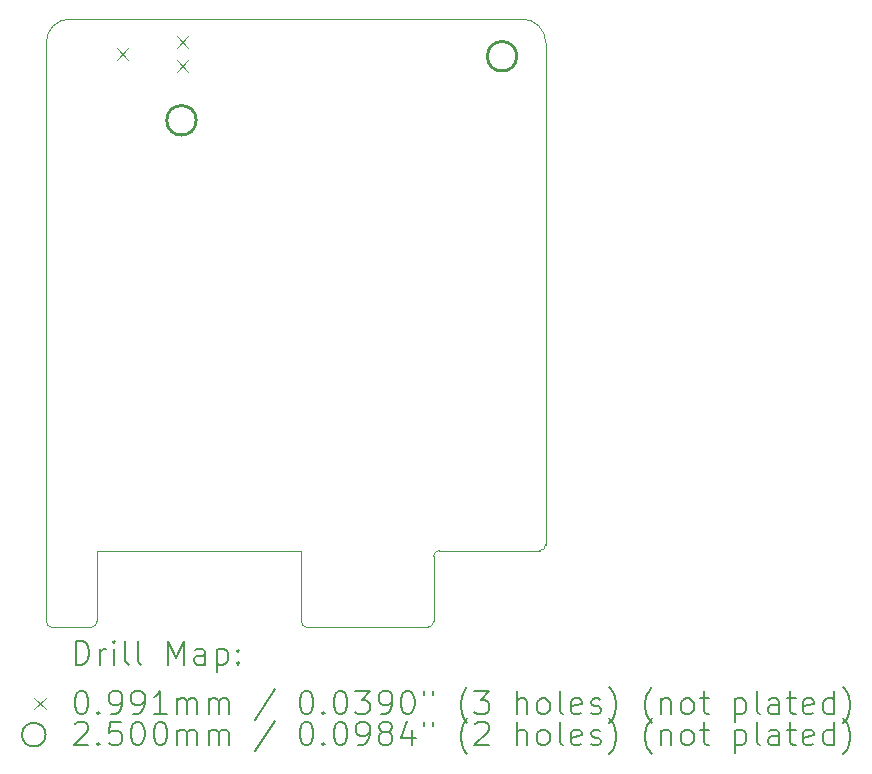
<source format=gbr>
%FSLAX45Y45*%
G04 Gerber Fmt 4.5, Leading zero omitted, Abs format (unit mm)*
G04 Created by KiCad (PCBNEW (6.0.1-0)) date 2022-03-21 19:15:51*
%MOMM*%
%LPD*%
G01*
G04 APERTURE LIST*
%TA.AperFunction,Profile*%
%ADD10C,0.100000*%
%TD*%
%ADD11C,0.200000*%
%ADD12C,0.099060*%
%ADD13C,0.250000*%
G04 APERTURE END LIST*
D10*
X8303200Y-15596800D02*
G75*
G03*
X8353200Y-15646800I50000J0D01*
G01*
X12533200Y-10696800D02*
G75*
G03*
X12333200Y-10496800I-200000J0D01*
G01*
X12333200Y-10496800D02*
X8503200Y-10496800D01*
X12483200Y-14996800D02*
G75*
G03*
X12533200Y-14946800I0J50000D01*
G01*
X8683200Y-15646800D02*
X8353200Y-15646800D01*
X11533200Y-15646800D02*
X10513200Y-15646800D01*
X10463200Y-15596800D02*
G75*
G03*
X10513200Y-15646800I50000J0D01*
G01*
X11533200Y-15646800D02*
G75*
G03*
X11583200Y-15596800I0J50000D01*
G01*
X11583200Y-15596800D02*
X11583200Y-15046800D01*
X10463200Y-14996800D02*
X8733200Y-14996800D01*
X11633200Y-14996800D02*
G75*
G03*
X11583200Y-15046800I0J-50000D01*
G01*
X8733200Y-14996800D02*
X8733200Y-15596800D01*
X10463200Y-15596800D02*
X10463200Y-14996800D01*
X8683200Y-15646800D02*
G75*
G03*
X8733200Y-15596800I0J50000D01*
G01*
X8303200Y-15596800D02*
X8303200Y-10696800D01*
X8503200Y-10496800D02*
G75*
G03*
X8303200Y-10696800I0J-200000D01*
G01*
X12533200Y-10696800D02*
X12533200Y-14946800D01*
X12483200Y-14996800D02*
X11633200Y-14996800D01*
D11*
D12*
X8900070Y-10740610D02*
X8999130Y-10839670D01*
X8999130Y-10740610D02*
X8900070Y-10839670D01*
X9408070Y-10639010D02*
X9507130Y-10738070D01*
X9507130Y-10639010D02*
X9408070Y-10738070D01*
X9408070Y-10842210D02*
X9507130Y-10941270D01*
X9507130Y-10842210D02*
X9408070Y-10941270D01*
D13*
X9573800Y-11353800D02*
G75*
G03*
X9573800Y-11353800I-125000J0D01*
G01*
X12288000Y-10812000D02*
G75*
G03*
X12288000Y-10812000I-125000J0D01*
G01*
D11*
X8555819Y-15962276D02*
X8555819Y-15762276D01*
X8603438Y-15762276D01*
X8632010Y-15771800D01*
X8651057Y-15790848D01*
X8660581Y-15809895D01*
X8670105Y-15847990D01*
X8670105Y-15876562D01*
X8660581Y-15914657D01*
X8651057Y-15933705D01*
X8632010Y-15952752D01*
X8603438Y-15962276D01*
X8555819Y-15962276D01*
X8755819Y-15962276D02*
X8755819Y-15828943D01*
X8755819Y-15867038D02*
X8765343Y-15847990D01*
X8774867Y-15838467D01*
X8793914Y-15828943D01*
X8812962Y-15828943D01*
X8879629Y-15962276D02*
X8879629Y-15828943D01*
X8879629Y-15762276D02*
X8870105Y-15771800D01*
X8879629Y-15781324D01*
X8889152Y-15771800D01*
X8879629Y-15762276D01*
X8879629Y-15781324D01*
X9003438Y-15962276D02*
X8984390Y-15952752D01*
X8974867Y-15933705D01*
X8974867Y-15762276D01*
X9108200Y-15962276D02*
X9089152Y-15952752D01*
X9079629Y-15933705D01*
X9079629Y-15762276D01*
X9336771Y-15962276D02*
X9336771Y-15762276D01*
X9403438Y-15905133D01*
X9470105Y-15762276D01*
X9470105Y-15962276D01*
X9651057Y-15962276D02*
X9651057Y-15857514D01*
X9641533Y-15838467D01*
X9622486Y-15828943D01*
X9584390Y-15828943D01*
X9565343Y-15838467D01*
X9651057Y-15952752D02*
X9632010Y-15962276D01*
X9584390Y-15962276D01*
X9565343Y-15952752D01*
X9555819Y-15933705D01*
X9555819Y-15914657D01*
X9565343Y-15895609D01*
X9584390Y-15886086D01*
X9632010Y-15886086D01*
X9651057Y-15876562D01*
X9746295Y-15828943D02*
X9746295Y-16028943D01*
X9746295Y-15838467D02*
X9765343Y-15828943D01*
X9803438Y-15828943D01*
X9822486Y-15838467D01*
X9832010Y-15847990D01*
X9841533Y-15867038D01*
X9841533Y-15924181D01*
X9832010Y-15943228D01*
X9822486Y-15952752D01*
X9803438Y-15962276D01*
X9765343Y-15962276D01*
X9746295Y-15952752D01*
X9927248Y-15943228D02*
X9936771Y-15952752D01*
X9927248Y-15962276D01*
X9917724Y-15952752D01*
X9927248Y-15943228D01*
X9927248Y-15962276D01*
X9927248Y-15838467D02*
X9936771Y-15847990D01*
X9927248Y-15857514D01*
X9917724Y-15847990D01*
X9927248Y-15838467D01*
X9927248Y-15857514D01*
D12*
X8199140Y-16242270D02*
X8298200Y-16341330D01*
X8298200Y-16242270D02*
X8199140Y-16341330D01*
D11*
X8593914Y-16182276D02*
X8612962Y-16182276D01*
X8632010Y-16191800D01*
X8641533Y-16201324D01*
X8651057Y-16220371D01*
X8660581Y-16258467D01*
X8660581Y-16306086D01*
X8651057Y-16344181D01*
X8641533Y-16363228D01*
X8632010Y-16372752D01*
X8612962Y-16382276D01*
X8593914Y-16382276D01*
X8574867Y-16372752D01*
X8565343Y-16363228D01*
X8555819Y-16344181D01*
X8546295Y-16306086D01*
X8546295Y-16258467D01*
X8555819Y-16220371D01*
X8565343Y-16201324D01*
X8574867Y-16191800D01*
X8593914Y-16182276D01*
X8746295Y-16363228D02*
X8755819Y-16372752D01*
X8746295Y-16382276D01*
X8736771Y-16372752D01*
X8746295Y-16363228D01*
X8746295Y-16382276D01*
X8851057Y-16382276D02*
X8889152Y-16382276D01*
X8908200Y-16372752D01*
X8917724Y-16363228D01*
X8936771Y-16334657D01*
X8946295Y-16296562D01*
X8946295Y-16220371D01*
X8936771Y-16201324D01*
X8927248Y-16191800D01*
X8908200Y-16182276D01*
X8870105Y-16182276D01*
X8851057Y-16191800D01*
X8841533Y-16201324D01*
X8832010Y-16220371D01*
X8832010Y-16267990D01*
X8841533Y-16287038D01*
X8851057Y-16296562D01*
X8870105Y-16306086D01*
X8908200Y-16306086D01*
X8927248Y-16296562D01*
X8936771Y-16287038D01*
X8946295Y-16267990D01*
X9041533Y-16382276D02*
X9079629Y-16382276D01*
X9098676Y-16372752D01*
X9108200Y-16363228D01*
X9127248Y-16334657D01*
X9136771Y-16296562D01*
X9136771Y-16220371D01*
X9127248Y-16201324D01*
X9117724Y-16191800D01*
X9098676Y-16182276D01*
X9060581Y-16182276D01*
X9041533Y-16191800D01*
X9032010Y-16201324D01*
X9022486Y-16220371D01*
X9022486Y-16267990D01*
X9032010Y-16287038D01*
X9041533Y-16296562D01*
X9060581Y-16306086D01*
X9098676Y-16306086D01*
X9117724Y-16296562D01*
X9127248Y-16287038D01*
X9136771Y-16267990D01*
X9327248Y-16382276D02*
X9212962Y-16382276D01*
X9270105Y-16382276D02*
X9270105Y-16182276D01*
X9251057Y-16210848D01*
X9232010Y-16229895D01*
X9212962Y-16239419D01*
X9412962Y-16382276D02*
X9412962Y-16248943D01*
X9412962Y-16267990D02*
X9422486Y-16258467D01*
X9441533Y-16248943D01*
X9470105Y-16248943D01*
X9489152Y-16258467D01*
X9498676Y-16277514D01*
X9498676Y-16382276D01*
X9498676Y-16277514D02*
X9508200Y-16258467D01*
X9527248Y-16248943D01*
X9555819Y-16248943D01*
X9574867Y-16258467D01*
X9584390Y-16277514D01*
X9584390Y-16382276D01*
X9679629Y-16382276D02*
X9679629Y-16248943D01*
X9679629Y-16267990D02*
X9689152Y-16258467D01*
X9708200Y-16248943D01*
X9736771Y-16248943D01*
X9755819Y-16258467D01*
X9765343Y-16277514D01*
X9765343Y-16382276D01*
X9765343Y-16277514D02*
X9774867Y-16258467D01*
X9793914Y-16248943D01*
X9822486Y-16248943D01*
X9841533Y-16258467D01*
X9851057Y-16277514D01*
X9851057Y-16382276D01*
X10241533Y-16172752D02*
X10070105Y-16429895D01*
X10498676Y-16182276D02*
X10517724Y-16182276D01*
X10536771Y-16191800D01*
X10546295Y-16201324D01*
X10555819Y-16220371D01*
X10565343Y-16258467D01*
X10565343Y-16306086D01*
X10555819Y-16344181D01*
X10546295Y-16363228D01*
X10536771Y-16372752D01*
X10517724Y-16382276D01*
X10498676Y-16382276D01*
X10479629Y-16372752D01*
X10470105Y-16363228D01*
X10460581Y-16344181D01*
X10451057Y-16306086D01*
X10451057Y-16258467D01*
X10460581Y-16220371D01*
X10470105Y-16201324D01*
X10479629Y-16191800D01*
X10498676Y-16182276D01*
X10651057Y-16363228D02*
X10660581Y-16372752D01*
X10651057Y-16382276D01*
X10641533Y-16372752D01*
X10651057Y-16363228D01*
X10651057Y-16382276D01*
X10784390Y-16182276D02*
X10803438Y-16182276D01*
X10822486Y-16191800D01*
X10832010Y-16201324D01*
X10841533Y-16220371D01*
X10851057Y-16258467D01*
X10851057Y-16306086D01*
X10841533Y-16344181D01*
X10832010Y-16363228D01*
X10822486Y-16372752D01*
X10803438Y-16382276D01*
X10784390Y-16382276D01*
X10765343Y-16372752D01*
X10755819Y-16363228D01*
X10746295Y-16344181D01*
X10736771Y-16306086D01*
X10736771Y-16258467D01*
X10746295Y-16220371D01*
X10755819Y-16201324D01*
X10765343Y-16191800D01*
X10784390Y-16182276D01*
X10917724Y-16182276D02*
X11041533Y-16182276D01*
X10974867Y-16258467D01*
X11003438Y-16258467D01*
X11022486Y-16267990D01*
X11032010Y-16277514D01*
X11041533Y-16296562D01*
X11041533Y-16344181D01*
X11032010Y-16363228D01*
X11022486Y-16372752D01*
X11003438Y-16382276D01*
X10946295Y-16382276D01*
X10927248Y-16372752D01*
X10917724Y-16363228D01*
X11136771Y-16382276D02*
X11174867Y-16382276D01*
X11193914Y-16372752D01*
X11203438Y-16363228D01*
X11222486Y-16334657D01*
X11232009Y-16296562D01*
X11232009Y-16220371D01*
X11222486Y-16201324D01*
X11212962Y-16191800D01*
X11193914Y-16182276D01*
X11155819Y-16182276D01*
X11136771Y-16191800D01*
X11127248Y-16201324D01*
X11117724Y-16220371D01*
X11117724Y-16267990D01*
X11127248Y-16287038D01*
X11136771Y-16296562D01*
X11155819Y-16306086D01*
X11193914Y-16306086D01*
X11212962Y-16296562D01*
X11222486Y-16287038D01*
X11232009Y-16267990D01*
X11355819Y-16182276D02*
X11374867Y-16182276D01*
X11393914Y-16191800D01*
X11403438Y-16201324D01*
X11412962Y-16220371D01*
X11422486Y-16258467D01*
X11422486Y-16306086D01*
X11412962Y-16344181D01*
X11403438Y-16363228D01*
X11393914Y-16372752D01*
X11374867Y-16382276D01*
X11355819Y-16382276D01*
X11336771Y-16372752D01*
X11327248Y-16363228D01*
X11317724Y-16344181D01*
X11308200Y-16306086D01*
X11308200Y-16258467D01*
X11317724Y-16220371D01*
X11327248Y-16201324D01*
X11336771Y-16191800D01*
X11355819Y-16182276D01*
X11498676Y-16182276D02*
X11498676Y-16220371D01*
X11574867Y-16182276D02*
X11574867Y-16220371D01*
X11870105Y-16458467D02*
X11860581Y-16448943D01*
X11841533Y-16420371D01*
X11832009Y-16401324D01*
X11822486Y-16372752D01*
X11812962Y-16325133D01*
X11812962Y-16287038D01*
X11822486Y-16239419D01*
X11832009Y-16210848D01*
X11841533Y-16191800D01*
X11860581Y-16163228D01*
X11870105Y-16153705D01*
X11927248Y-16182276D02*
X12051057Y-16182276D01*
X11984390Y-16258467D01*
X12012962Y-16258467D01*
X12032009Y-16267990D01*
X12041533Y-16277514D01*
X12051057Y-16296562D01*
X12051057Y-16344181D01*
X12041533Y-16363228D01*
X12032009Y-16372752D01*
X12012962Y-16382276D01*
X11955819Y-16382276D01*
X11936771Y-16372752D01*
X11927248Y-16363228D01*
X12289152Y-16382276D02*
X12289152Y-16182276D01*
X12374867Y-16382276D02*
X12374867Y-16277514D01*
X12365343Y-16258467D01*
X12346295Y-16248943D01*
X12317724Y-16248943D01*
X12298676Y-16258467D01*
X12289152Y-16267990D01*
X12498676Y-16382276D02*
X12479628Y-16372752D01*
X12470105Y-16363228D01*
X12460581Y-16344181D01*
X12460581Y-16287038D01*
X12470105Y-16267990D01*
X12479628Y-16258467D01*
X12498676Y-16248943D01*
X12527248Y-16248943D01*
X12546295Y-16258467D01*
X12555819Y-16267990D01*
X12565343Y-16287038D01*
X12565343Y-16344181D01*
X12555819Y-16363228D01*
X12546295Y-16372752D01*
X12527248Y-16382276D01*
X12498676Y-16382276D01*
X12679628Y-16382276D02*
X12660581Y-16372752D01*
X12651057Y-16353705D01*
X12651057Y-16182276D01*
X12832009Y-16372752D02*
X12812962Y-16382276D01*
X12774867Y-16382276D01*
X12755819Y-16372752D01*
X12746295Y-16353705D01*
X12746295Y-16277514D01*
X12755819Y-16258467D01*
X12774867Y-16248943D01*
X12812962Y-16248943D01*
X12832009Y-16258467D01*
X12841533Y-16277514D01*
X12841533Y-16296562D01*
X12746295Y-16315609D01*
X12917724Y-16372752D02*
X12936771Y-16382276D01*
X12974867Y-16382276D01*
X12993914Y-16372752D01*
X13003438Y-16353705D01*
X13003438Y-16344181D01*
X12993914Y-16325133D01*
X12974867Y-16315609D01*
X12946295Y-16315609D01*
X12927248Y-16306086D01*
X12917724Y-16287038D01*
X12917724Y-16277514D01*
X12927248Y-16258467D01*
X12946295Y-16248943D01*
X12974867Y-16248943D01*
X12993914Y-16258467D01*
X13070105Y-16458467D02*
X13079628Y-16448943D01*
X13098676Y-16420371D01*
X13108200Y-16401324D01*
X13117724Y-16372752D01*
X13127248Y-16325133D01*
X13127248Y-16287038D01*
X13117724Y-16239419D01*
X13108200Y-16210848D01*
X13098676Y-16191800D01*
X13079628Y-16163228D01*
X13070105Y-16153705D01*
X13432009Y-16458467D02*
X13422486Y-16448943D01*
X13403438Y-16420371D01*
X13393914Y-16401324D01*
X13384390Y-16372752D01*
X13374867Y-16325133D01*
X13374867Y-16287038D01*
X13384390Y-16239419D01*
X13393914Y-16210848D01*
X13403438Y-16191800D01*
X13422486Y-16163228D01*
X13432009Y-16153705D01*
X13508200Y-16248943D02*
X13508200Y-16382276D01*
X13508200Y-16267990D02*
X13517724Y-16258467D01*
X13536771Y-16248943D01*
X13565343Y-16248943D01*
X13584390Y-16258467D01*
X13593914Y-16277514D01*
X13593914Y-16382276D01*
X13717724Y-16382276D02*
X13698676Y-16372752D01*
X13689152Y-16363228D01*
X13679628Y-16344181D01*
X13679628Y-16287038D01*
X13689152Y-16267990D01*
X13698676Y-16258467D01*
X13717724Y-16248943D01*
X13746295Y-16248943D01*
X13765343Y-16258467D01*
X13774867Y-16267990D01*
X13784390Y-16287038D01*
X13784390Y-16344181D01*
X13774867Y-16363228D01*
X13765343Y-16372752D01*
X13746295Y-16382276D01*
X13717724Y-16382276D01*
X13841533Y-16248943D02*
X13917724Y-16248943D01*
X13870105Y-16182276D02*
X13870105Y-16353705D01*
X13879628Y-16372752D01*
X13898676Y-16382276D01*
X13917724Y-16382276D01*
X14136771Y-16248943D02*
X14136771Y-16448943D01*
X14136771Y-16258467D02*
X14155819Y-16248943D01*
X14193914Y-16248943D01*
X14212962Y-16258467D01*
X14222486Y-16267990D01*
X14232009Y-16287038D01*
X14232009Y-16344181D01*
X14222486Y-16363228D01*
X14212962Y-16372752D01*
X14193914Y-16382276D01*
X14155819Y-16382276D01*
X14136771Y-16372752D01*
X14346295Y-16382276D02*
X14327248Y-16372752D01*
X14317724Y-16353705D01*
X14317724Y-16182276D01*
X14508200Y-16382276D02*
X14508200Y-16277514D01*
X14498676Y-16258467D01*
X14479628Y-16248943D01*
X14441533Y-16248943D01*
X14422486Y-16258467D01*
X14508200Y-16372752D02*
X14489152Y-16382276D01*
X14441533Y-16382276D01*
X14422486Y-16372752D01*
X14412962Y-16353705D01*
X14412962Y-16334657D01*
X14422486Y-16315609D01*
X14441533Y-16306086D01*
X14489152Y-16306086D01*
X14508200Y-16296562D01*
X14574867Y-16248943D02*
X14651057Y-16248943D01*
X14603438Y-16182276D02*
X14603438Y-16353705D01*
X14612962Y-16372752D01*
X14632009Y-16382276D01*
X14651057Y-16382276D01*
X14793914Y-16372752D02*
X14774867Y-16382276D01*
X14736771Y-16382276D01*
X14717724Y-16372752D01*
X14708200Y-16353705D01*
X14708200Y-16277514D01*
X14717724Y-16258467D01*
X14736771Y-16248943D01*
X14774867Y-16248943D01*
X14793914Y-16258467D01*
X14803438Y-16277514D01*
X14803438Y-16296562D01*
X14708200Y-16315609D01*
X14974867Y-16382276D02*
X14974867Y-16182276D01*
X14974867Y-16372752D02*
X14955819Y-16382276D01*
X14917724Y-16382276D01*
X14898676Y-16372752D01*
X14889152Y-16363228D01*
X14879628Y-16344181D01*
X14879628Y-16287038D01*
X14889152Y-16267990D01*
X14898676Y-16258467D01*
X14917724Y-16248943D01*
X14955819Y-16248943D01*
X14974867Y-16258467D01*
X15051057Y-16458467D02*
X15060581Y-16448943D01*
X15079628Y-16420371D01*
X15089152Y-16401324D01*
X15098676Y-16372752D01*
X15108200Y-16325133D01*
X15108200Y-16287038D01*
X15098676Y-16239419D01*
X15089152Y-16210848D01*
X15079628Y-16191800D01*
X15060581Y-16163228D01*
X15051057Y-16153705D01*
X8298200Y-16555800D02*
G75*
G03*
X8298200Y-16555800I-100000J0D01*
G01*
X8546295Y-16465324D02*
X8555819Y-16455800D01*
X8574867Y-16446276D01*
X8622486Y-16446276D01*
X8641533Y-16455800D01*
X8651057Y-16465324D01*
X8660581Y-16484371D01*
X8660581Y-16503419D01*
X8651057Y-16531990D01*
X8536771Y-16646276D01*
X8660581Y-16646276D01*
X8746295Y-16627228D02*
X8755819Y-16636752D01*
X8746295Y-16646276D01*
X8736771Y-16636752D01*
X8746295Y-16627228D01*
X8746295Y-16646276D01*
X8936771Y-16446276D02*
X8841533Y-16446276D01*
X8832010Y-16541514D01*
X8841533Y-16531990D01*
X8860581Y-16522467D01*
X8908200Y-16522467D01*
X8927248Y-16531990D01*
X8936771Y-16541514D01*
X8946295Y-16560562D01*
X8946295Y-16608181D01*
X8936771Y-16627228D01*
X8927248Y-16636752D01*
X8908200Y-16646276D01*
X8860581Y-16646276D01*
X8841533Y-16636752D01*
X8832010Y-16627228D01*
X9070105Y-16446276D02*
X9089152Y-16446276D01*
X9108200Y-16455800D01*
X9117724Y-16465324D01*
X9127248Y-16484371D01*
X9136771Y-16522467D01*
X9136771Y-16570086D01*
X9127248Y-16608181D01*
X9117724Y-16627228D01*
X9108200Y-16636752D01*
X9089152Y-16646276D01*
X9070105Y-16646276D01*
X9051057Y-16636752D01*
X9041533Y-16627228D01*
X9032010Y-16608181D01*
X9022486Y-16570086D01*
X9022486Y-16522467D01*
X9032010Y-16484371D01*
X9041533Y-16465324D01*
X9051057Y-16455800D01*
X9070105Y-16446276D01*
X9260581Y-16446276D02*
X9279629Y-16446276D01*
X9298676Y-16455800D01*
X9308200Y-16465324D01*
X9317724Y-16484371D01*
X9327248Y-16522467D01*
X9327248Y-16570086D01*
X9317724Y-16608181D01*
X9308200Y-16627228D01*
X9298676Y-16636752D01*
X9279629Y-16646276D01*
X9260581Y-16646276D01*
X9241533Y-16636752D01*
X9232010Y-16627228D01*
X9222486Y-16608181D01*
X9212962Y-16570086D01*
X9212962Y-16522467D01*
X9222486Y-16484371D01*
X9232010Y-16465324D01*
X9241533Y-16455800D01*
X9260581Y-16446276D01*
X9412962Y-16646276D02*
X9412962Y-16512943D01*
X9412962Y-16531990D02*
X9422486Y-16522467D01*
X9441533Y-16512943D01*
X9470105Y-16512943D01*
X9489152Y-16522467D01*
X9498676Y-16541514D01*
X9498676Y-16646276D01*
X9498676Y-16541514D02*
X9508200Y-16522467D01*
X9527248Y-16512943D01*
X9555819Y-16512943D01*
X9574867Y-16522467D01*
X9584390Y-16541514D01*
X9584390Y-16646276D01*
X9679629Y-16646276D02*
X9679629Y-16512943D01*
X9679629Y-16531990D02*
X9689152Y-16522467D01*
X9708200Y-16512943D01*
X9736771Y-16512943D01*
X9755819Y-16522467D01*
X9765343Y-16541514D01*
X9765343Y-16646276D01*
X9765343Y-16541514D02*
X9774867Y-16522467D01*
X9793914Y-16512943D01*
X9822486Y-16512943D01*
X9841533Y-16522467D01*
X9851057Y-16541514D01*
X9851057Y-16646276D01*
X10241533Y-16436752D02*
X10070105Y-16693895D01*
X10498676Y-16446276D02*
X10517724Y-16446276D01*
X10536771Y-16455800D01*
X10546295Y-16465324D01*
X10555819Y-16484371D01*
X10565343Y-16522467D01*
X10565343Y-16570086D01*
X10555819Y-16608181D01*
X10546295Y-16627228D01*
X10536771Y-16636752D01*
X10517724Y-16646276D01*
X10498676Y-16646276D01*
X10479629Y-16636752D01*
X10470105Y-16627228D01*
X10460581Y-16608181D01*
X10451057Y-16570086D01*
X10451057Y-16522467D01*
X10460581Y-16484371D01*
X10470105Y-16465324D01*
X10479629Y-16455800D01*
X10498676Y-16446276D01*
X10651057Y-16627228D02*
X10660581Y-16636752D01*
X10651057Y-16646276D01*
X10641533Y-16636752D01*
X10651057Y-16627228D01*
X10651057Y-16646276D01*
X10784390Y-16446276D02*
X10803438Y-16446276D01*
X10822486Y-16455800D01*
X10832010Y-16465324D01*
X10841533Y-16484371D01*
X10851057Y-16522467D01*
X10851057Y-16570086D01*
X10841533Y-16608181D01*
X10832010Y-16627228D01*
X10822486Y-16636752D01*
X10803438Y-16646276D01*
X10784390Y-16646276D01*
X10765343Y-16636752D01*
X10755819Y-16627228D01*
X10746295Y-16608181D01*
X10736771Y-16570086D01*
X10736771Y-16522467D01*
X10746295Y-16484371D01*
X10755819Y-16465324D01*
X10765343Y-16455800D01*
X10784390Y-16446276D01*
X10946295Y-16646276D02*
X10984390Y-16646276D01*
X11003438Y-16636752D01*
X11012962Y-16627228D01*
X11032010Y-16598657D01*
X11041533Y-16560562D01*
X11041533Y-16484371D01*
X11032010Y-16465324D01*
X11022486Y-16455800D01*
X11003438Y-16446276D01*
X10965343Y-16446276D01*
X10946295Y-16455800D01*
X10936771Y-16465324D01*
X10927248Y-16484371D01*
X10927248Y-16531990D01*
X10936771Y-16551038D01*
X10946295Y-16560562D01*
X10965343Y-16570086D01*
X11003438Y-16570086D01*
X11022486Y-16560562D01*
X11032010Y-16551038D01*
X11041533Y-16531990D01*
X11155819Y-16531990D02*
X11136771Y-16522467D01*
X11127248Y-16512943D01*
X11117724Y-16493895D01*
X11117724Y-16484371D01*
X11127248Y-16465324D01*
X11136771Y-16455800D01*
X11155819Y-16446276D01*
X11193914Y-16446276D01*
X11212962Y-16455800D01*
X11222486Y-16465324D01*
X11232009Y-16484371D01*
X11232009Y-16493895D01*
X11222486Y-16512943D01*
X11212962Y-16522467D01*
X11193914Y-16531990D01*
X11155819Y-16531990D01*
X11136771Y-16541514D01*
X11127248Y-16551038D01*
X11117724Y-16570086D01*
X11117724Y-16608181D01*
X11127248Y-16627228D01*
X11136771Y-16636752D01*
X11155819Y-16646276D01*
X11193914Y-16646276D01*
X11212962Y-16636752D01*
X11222486Y-16627228D01*
X11232009Y-16608181D01*
X11232009Y-16570086D01*
X11222486Y-16551038D01*
X11212962Y-16541514D01*
X11193914Y-16531990D01*
X11403438Y-16512943D02*
X11403438Y-16646276D01*
X11355819Y-16436752D02*
X11308200Y-16579609D01*
X11432009Y-16579609D01*
X11498676Y-16446276D02*
X11498676Y-16484371D01*
X11574867Y-16446276D02*
X11574867Y-16484371D01*
X11870105Y-16722467D02*
X11860581Y-16712943D01*
X11841533Y-16684371D01*
X11832009Y-16665324D01*
X11822486Y-16636752D01*
X11812962Y-16589133D01*
X11812962Y-16551038D01*
X11822486Y-16503419D01*
X11832009Y-16474848D01*
X11841533Y-16455800D01*
X11860581Y-16427228D01*
X11870105Y-16417705D01*
X11936771Y-16465324D02*
X11946295Y-16455800D01*
X11965343Y-16446276D01*
X12012962Y-16446276D01*
X12032009Y-16455800D01*
X12041533Y-16465324D01*
X12051057Y-16484371D01*
X12051057Y-16503419D01*
X12041533Y-16531990D01*
X11927248Y-16646276D01*
X12051057Y-16646276D01*
X12289152Y-16646276D02*
X12289152Y-16446276D01*
X12374867Y-16646276D02*
X12374867Y-16541514D01*
X12365343Y-16522467D01*
X12346295Y-16512943D01*
X12317724Y-16512943D01*
X12298676Y-16522467D01*
X12289152Y-16531990D01*
X12498676Y-16646276D02*
X12479628Y-16636752D01*
X12470105Y-16627228D01*
X12460581Y-16608181D01*
X12460581Y-16551038D01*
X12470105Y-16531990D01*
X12479628Y-16522467D01*
X12498676Y-16512943D01*
X12527248Y-16512943D01*
X12546295Y-16522467D01*
X12555819Y-16531990D01*
X12565343Y-16551038D01*
X12565343Y-16608181D01*
X12555819Y-16627228D01*
X12546295Y-16636752D01*
X12527248Y-16646276D01*
X12498676Y-16646276D01*
X12679628Y-16646276D02*
X12660581Y-16636752D01*
X12651057Y-16617705D01*
X12651057Y-16446276D01*
X12832009Y-16636752D02*
X12812962Y-16646276D01*
X12774867Y-16646276D01*
X12755819Y-16636752D01*
X12746295Y-16617705D01*
X12746295Y-16541514D01*
X12755819Y-16522467D01*
X12774867Y-16512943D01*
X12812962Y-16512943D01*
X12832009Y-16522467D01*
X12841533Y-16541514D01*
X12841533Y-16560562D01*
X12746295Y-16579609D01*
X12917724Y-16636752D02*
X12936771Y-16646276D01*
X12974867Y-16646276D01*
X12993914Y-16636752D01*
X13003438Y-16617705D01*
X13003438Y-16608181D01*
X12993914Y-16589133D01*
X12974867Y-16579609D01*
X12946295Y-16579609D01*
X12927248Y-16570086D01*
X12917724Y-16551038D01*
X12917724Y-16541514D01*
X12927248Y-16522467D01*
X12946295Y-16512943D01*
X12974867Y-16512943D01*
X12993914Y-16522467D01*
X13070105Y-16722467D02*
X13079628Y-16712943D01*
X13098676Y-16684371D01*
X13108200Y-16665324D01*
X13117724Y-16636752D01*
X13127248Y-16589133D01*
X13127248Y-16551038D01*
X13117724Y-16503419D01*
X13108200Y-16474848D01*
X13098676Y-16455800D01*
X13079628Y-16427228D01*
X13070105Y-16417705D01*
X13432009Y-16722467D02*
X13422486Y-16712943D01*
X13403438Y-16684371D01*
X13393914Y-16665324D01*
X13384390Y-16636752D01*
X13374867Y-16589133D01*
X13374867Y-16551038D01*
X13384390Y-16503419D01*
X13393914Y-16474848D01*
X13403438Y-16455800D01*
X13422486Y-16427228D01*
X13432009Y-16417705D01*
X13508200Y-16512943D02*
X13508200Y-16646276D01*
X13508200Y-16531990D02*
X13517724Y-16522467D01*
X13536771Y-16512943D01*
X13565343Y-16512943D01*
X13584390Y-16522467D01*
X13593914Y-16541514D01*
X13593914Y-16646276D01*
X13717724Y-16646276D02*
X13698676Y-16636752D01*
X13689152Y-16627228D01*
X13679628Y-16608181D01*
X13679628Y-16551038D01*
X13689152Y-16531990D01*
X13698676Y-16522467D01*
X13717724Y-16512943D01*
X13746295Y-16512943D01*
X13765343Y-16522467D01*
X13774867Y-16531990D01*
X13784390Y-16551038D01*
X13784390Y-16608181D01*
X13774867Y-16627228D01*
X13765343Y-16636752D01*
X13746295Y-16646276D01*
X13717724Y-16646276D01*
X13841533Y-16512943D02*
X13917724Y-16512943D01*
X13870105Y-16446276D02*
X13870105Y-16617705D01*
X13879628Y-16636752D01*
X13898676Y-16646276D01*
X13917724Y-16646276D01*
X14136771Y-16512943D02*
X14136771Y-16712943D01*
X14136771Y-16522467D02*
X14155819Y-16512943D01*
X14193914Y-16512943D01*
X14212962Y-16522467D01*
X14222486Y-16531990D01*
X14232009Y-16551038D01*
X14232009Y-16608181D01*
X14222486Y-16627228D01*
X14212962Y-16636752D01*
X14193914Y-16646276D01*
X14155819Y-16646276D01*
X14136771Y-16636752D01*
X14346295Y-16646276D02*
X14327248Y-16636752D01*
X14317724Y-16617705D01*
X14317724Y-16446276D01*
X14508200Y-16646276D02*
X14508200Y-16541514D01*
X14498676Y-16522467D01*
X14479628Y-16512943D01*
X14441533Y-16512943D01*
X14422486Y-16522467D01*
X14508200Y-16636752D02*
X14489152Y-16646276D01*
X14441533Y-16646276D01*
X14422486Y-16636752D01*
X14412962Y-16617705D01*
X14412962Y-16598657D01*
X14422486Y-16579609D01*
X14441533Y-16570086D01*
X14489152Y-16570086D01*
X14508200Y-16560562D01*
X14574867Y-16512943D02*
X14651057Y-16512943D01*
X14603438Y-16446276D02*
X14603438Y-16617705D01*
X14612962Y-16636752D01*
X14632009Y-16646276D01*
X14651057Y-16646276D01*
X14793914Y-16636752D02*
X14774867Y-16646276D01*
X14736771Y-16646276D01*
X14717724Y-16636752D01*
X14708200Y-16617705D01*
X14708200Y-16541514D01*
X14717724Y-16522467D01*
X14736771Y-16512943D01*
X14774867Y-16512943D01*
X14793914Y-16522467D01*
X14803438Y-16541514D01*
X14803438Y-16560562D01*
X14708200Y-16579609D01*
X14974867Y-16646276D02*
X14974867Y-16446276D01*
X14974867Y-16636752D02*
X14955819Y-16646276D01*
X14917724Y-16646276D01*
X14898676Y-16636752D01*
X14889152Y-16627228D01*
X14879628Y-16608181D01*
X14879628Y-16551038D01*
X14889152Y-16531990D01*
X14898676Y-16522467D01*
X14917724Y-16512943D01*
X14955819Y-16512943D01*
X14974867Y-16522467D01*
X15051057Y-16722467D02*
X15060581Y-16712943D01*
X15079628Y-16684371D01*
X15089152Y-16665324D01*
X15098676Y-16636752D01*
X15108200Y-16589133D01*
X15108200Y-16551038D01*
X15098676Y-16503419D01*
X15089152Y-16474848D01*
X15079628Y-16455800D01*
X15060581Y-16427228D01*
X15051057Y-16417705D01*
M02*

</source>
